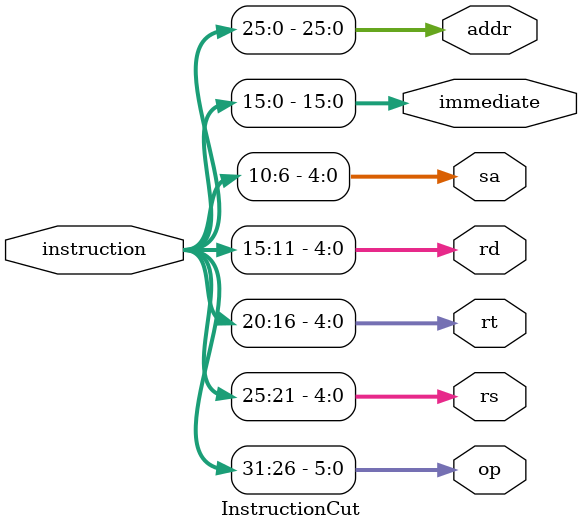
<source format=v>
`timescale 1ns / 1ps


//Ö¸Áî·Ö¸î
module InstructionCut(
        input [31:0] instruction,
        output reg[5:0] op,
        output reg[4:0] rs,
        output reg[4:0] rt,
        output reg[4:0] rd,
        output reg[4:0] sa,
        output reg[15:0] immediate,
        output reg[25:0] addr
    );
    
    initial begin
        op = 5'b00000;
        rs = 5'b00000;
        rt = 5'b00000;
        rd = 5'b00000;
    end
    
    always@(instruction) 
    begin
        op = instruction[31:26];
        rs = instruction[25:21];
        rt = instruction[20:16];
        rd = instruction[15:11];
        sa = instruction[10:6];
        immediate = instruction[15:0];
        addr = instruction[25:0];
    end
endmodule

</source>
